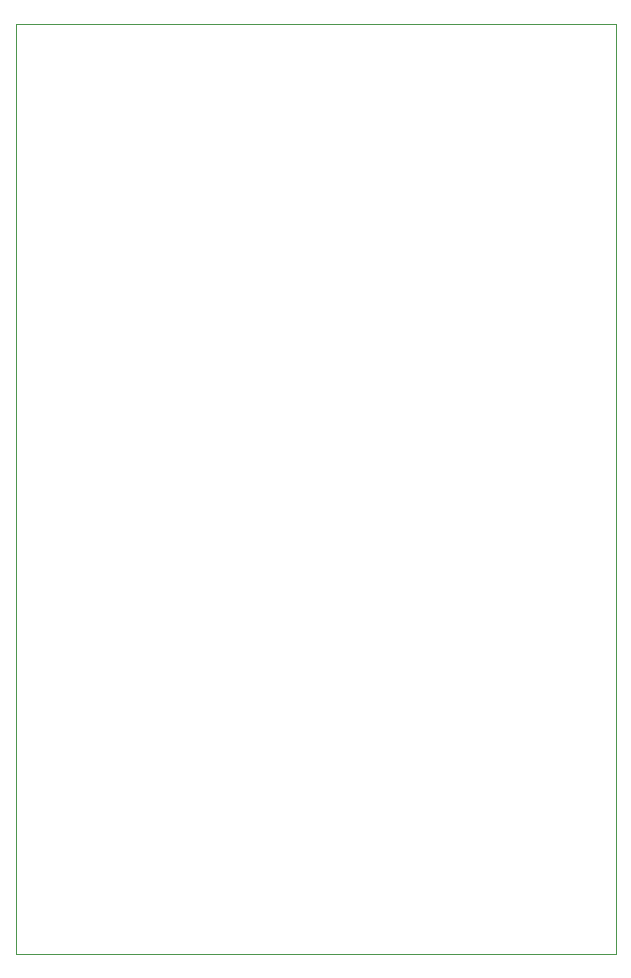
<source format=gbr>
%TF.GenerationSoftware,KiCad,Pcbnew,(6.0.5)*%
%TF.CreationDate,2022-06-25T17:15:00+09:00*%
%TF.ProjectId,test,74657374-2e6b-4696-9361-645f70636258,0*%
%TF.SameCoordinates,Original*%
%TF.FileFunction,Profile,NP*%
%FSLAX46Y46*%
G04 Gerber Fmt 4.6, Leading zero omitted, Abs format (unit mm)*
G04 Created by KiCad (PCBNEW (6.0.5)) date 2022-06-25 17:15:00*
%MOMM*%
%LPD*%
G01*
G04 APERTURE LIST*
%TA.AperFunction,Profile*%
%ADD10C,0.100000*%
%TD*%
G04 APERTURE END LIST*
D10*
X38100000Y-81280000D02*
X88900000Y-81280000D01*
X88900000Y-81280000D02*
X88900000Y-160020000D01*
X88900000Y-160020000D02*
X38100000Y-160020000D01*
X38100000Y-160020000D02*
X38100000Y-81280000D01*
M02*

</source>
